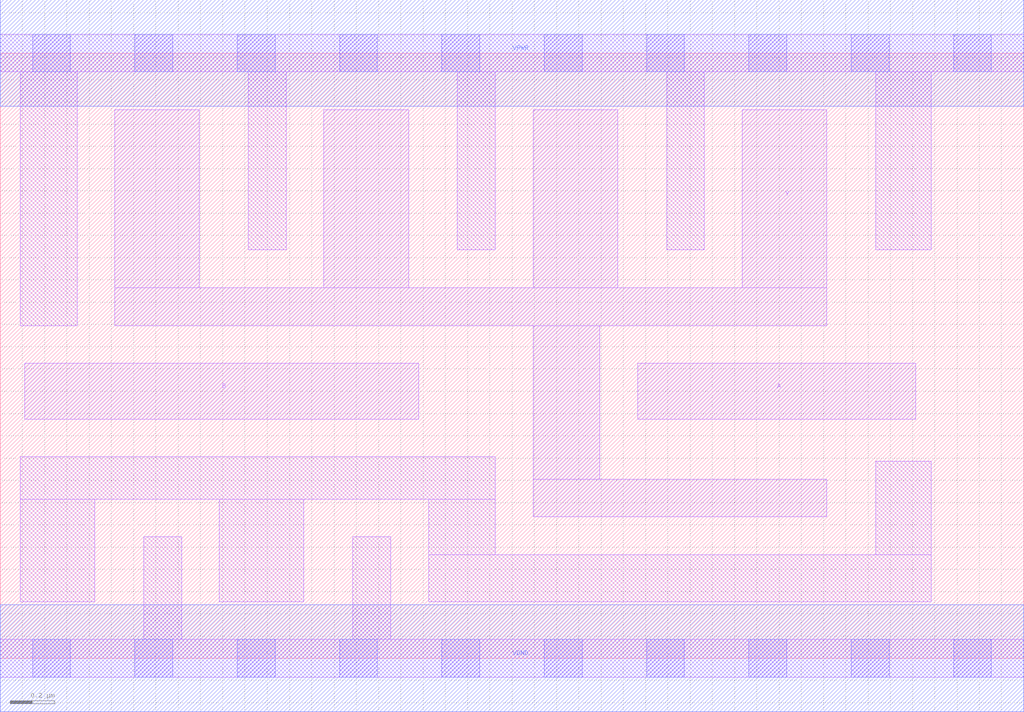
<source format=lef>
# Copyright 2020 The SkyWater PDK Authors
#
# Licensed under the Apache License, Version 2.0 (the "License");
# you may not use this file except in compliance with the License.
# You may obtain a copy of the License at
#
#     https://www.apache.org/licenses/LICENSE-2.0
#
# Unless required by applicable law or agreed to in writing, software
# distributed under the License is distributed on an "AS IS" BASIS,
# WITHOUT WARRANTIES OR CONDITIONS OF ANY KIND, either express or implied.
# See the License for the specific language governing permissions and
# limitations under the License.
#
# SPDX-License-Identifier: Apache-2.0

VERSION 5.7 ;
  NAMESCASESENSITIVE ON ;
  NOWIREEXTENSIONATPIN ON ;
  DIVIDERCHAR "/" ;
  BUSBITCHARS "[]" ;
UNITS
  DATABASE MICRONS 200 ;
END UNITS
PROPERTYDEFINITIONS
  MACRO maskLayoutSubType STRING ;
  MACRO prCellType STRING ;
  MACRO originalViewName STRING ;
END PROPERTYDEFINITIONS
MACRO sky130_fd_sc_hdll__nand2_4
  CLASS CORE ;
  FOREIGN sky130_fd_sc_hdll__nand2_4 ;
  ORIGIN  0.000000  0.000000 ;
  SIZE  4.600000 BY  2.720000 ;
  SYMMETRY X Y R90 ;
  SITE unithd ;
  PIN A
    ANTENNAGATEAREA  1.110000 ;
    DIRECTION INPUT ;
    USE SIGNAL ;
    PORT
      LAYER li1 ;
        RECT 2.865000 1.075000 4.115000 1.325000 ;
    END
  END A
  PIN B
    ANTENNAGATEAREA  1.110000 ;
    DIRECTION INPUT ;
    USE SIGNAL ;
    PORT
      LAYER li1 ;
        RECT 0.110000 1.075000 1.880000 1.325000 ;
    END
  END B
  PIN Y
    ANTENNADIFFAREA  1.608500 ;
    DIRECTION OUTPUT ;
    USE SIGNAL ;
    PORT
      LAYER li1 ;
        RECT 0.515000 1.495000 3.715000 1.665000 ;
        RECT 0.515000 1.665000 0.895000 2.465000 ;
        RECT 1.455000 1.665000 1.835000 2.465000 ;
        RECT 2.395000 0.635000 3.715000 0.805000 ;
        RECT 2.395000 0.805000 2.695000 1.495000 ;
        RECT 2.395000 1.665000 2.775000 2.465000 ;
        RECT 3.335000 1.665000 3.715000 2.465000 ;
    END
  END Y
  PIN VGND
    DIRECTION INOUT ;
    USE GROUND ;
    PORT
      LAYER met1 ;
        RECT 0.000000 -0.240000 4.600000 0.240000 ;
    END
  END VGND
  PIN VPWR
    DIRECTION INOUT ;
    USE POWER ;
    PORT
      LAYER met1 ;
        RECT 0.000000 2.480000 4.600000 2.960000 ;
    END
  END VPWR
  OBS
    LAYER li1 ;
      RECT 0.000000 -0.085000 4.600000 0.085000 ;
      RECT 0.000000  2.635000 4.600000 2.805000 ;
      RECT 0.090000  0.255000 0.425000 0.715000 ;
      RECT 0.090000  0.715000 2.225000 0.905000 ;
      RECT 0.090000  1.495000 0.345000 2.635000 ;
      RECT 0.645000  0.085000 0.815000 0.545000 ;
      RECT 0.985000  0.255000 1.365000 0.715000 ;
      RECT 1.115000  1.835000 1.285000 2.635000 ;
      RECT 1.585000  0.085000 1.755000 0.545000 ;
      RECT 1.925000  0.255000 4.185000 0.465000 ;
      RECT 1.925000  0.465000 2.225000 0.715000 ;
      RECT 2.055000  1.835000 2.225000 2.635000 ;
      RECT 2.995000  1.835000 3.165000 2.635000 ;
      RECT 3.935000  0.465000 4.185000 0.885000 ;
      RECT 3.935000  1.835000 4.185000 2.635000 ;
    LAYER mcon ;
      RECT 0.145000 -0.085000 0.315000 0.085000 ;
      RECT 0.145000  2.635000 0.315000 2.805000 ;
      RECT 0.605000 -0.085000 0.775000 0.085000 ;
      RECT 0.605000  2.635000 0.775000 2.805000 ;
      RECT 1.065000 -0.085000 1.235000 0.085000 ;
      RECT 1.065000  2.635000 1.235000 2.805000 ;
      RECT 1.525000 -0.085000 1.695000 0.085000 ;
      RECT 1.525000  2.635000 1.695000 2.805000 ;
      RECT 1.985000 -0.085000 2.155000 0.085000 ;
      RECT 1.985000  2.635000 2.155000 2.805000 ;
      RECT 2.445000 -0.085000 2.615000 0.085000 ;
      RECT 2.445000  2.635000 2.615000 2.805000 ;
      RECT 2.905000 -0.085000 3.075000 0.085000 ;
      RECT 2.905000  2.635000 3.075000 2.805000 ;
      RECT 3.365000 -0.085000 3.535000 0.085000 ;
      RECT 3.365000  2.635000 3.535000 2.805000 ;
      RECT 3.825000 -0.085000 3.995000 0.085000 ;
      RECT 3.825000  2.635000 3.995000 2.805000 ;
      RECT 4.285000 -0.085000 4.455000 0.085000 ;
      RECT 4.285000  2.635000 4.455000 2.805000 ;
  END
  PROPERTY maskLayoutSubType "abstract" ;
  PROPERTY prCellType "standard" ;
  PROPERTY originalViewName "layout" ;
END sky130_fd_sc_hdll__nand2_4
END LIBRARY

</source>
